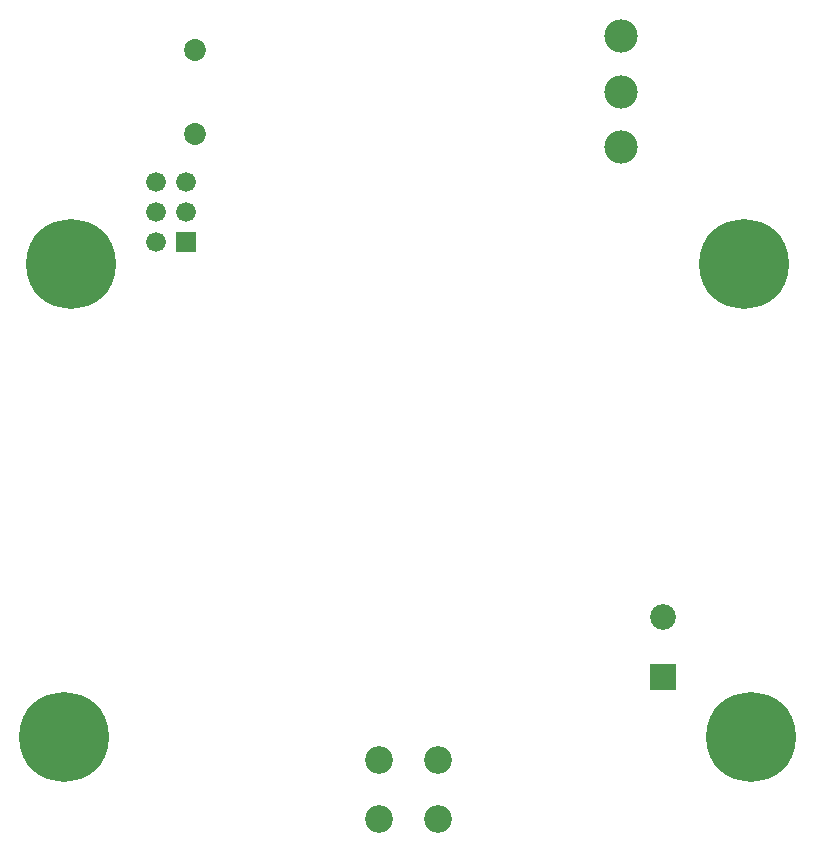
<source format=gbr>
G04 start of page 8 for group -4062 idx -4062 *
G04 Title: (unknown), soldermask *
G04 Creator: pcb 20110918 *
G04 CreationDate: Thu 09 Jul 2015 02:06:34 AM GMT UTC *
G04 For: petersen *
G04 Format: Gerber/RS-274X *
G04 PCB-Dimensions: 269500 307800 *
G04 PCB-Coordinate-Origin: lower left *
%MOIN*%
%FSLAX25Y25*%
%LNBOTTOMMASK*%
%ADD93C,0.1110*%
%ADD92C,0.0860*%
%ADD91C,0.0920*%
%ADD90C,0.0730*%
%ADD89C,0.0660*%
%ADD88C,0.0001*%
%ADD87C,0.2997*%
G54D87*X22600Y200400D03*
X20350Y42900D03*
G54D88*G36*
X57700Y211100D02*Y204500D01*
X64300D01*
Y211100D01*
X57700D01*
G37*
G54D89*X61000Y217800D03*
X51000Y207800D03*
Y217800D03*
X61000Y227800D03*
X51000D03*
G54D90*X64000Y243750D03*
Y271850D03*
G54D87*X246900Y200400D03*
X249150Y42900D03*
G54D91*X125157Y35143D03*
Y15457D03*
X144843Y35143D03*
Y15457D03*
G54D88*G36*
X215700Y67100D02*Y58500D01*
X224300D01*
Y67100D01*
X215700D01*
G37*
G54D92*X220000Y82800D03*
G54D93*X206000Y276300D03*
Y257800D03*
Y239300D03*
M02*

</source>
